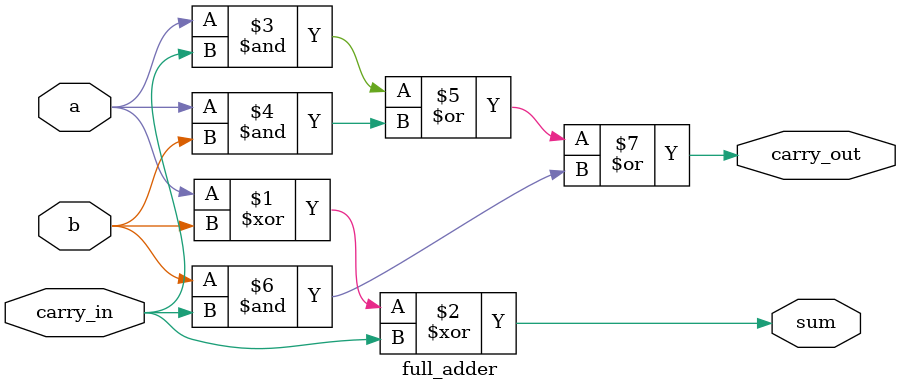
<source format=v>
module full_adder (
  input a,
  input b,
  input carry_in,
  output sum,
  output carry_out
);
  // TODO: Insert your RTL here to calculate the sum and carry out bits
  // Remove these assign statements once you write your own RTL
  assign sum = a ^ b ^ carry_in;
  assign carry_out = a&carry_in | a&b | b&carry_in;

endmodule

</source>
